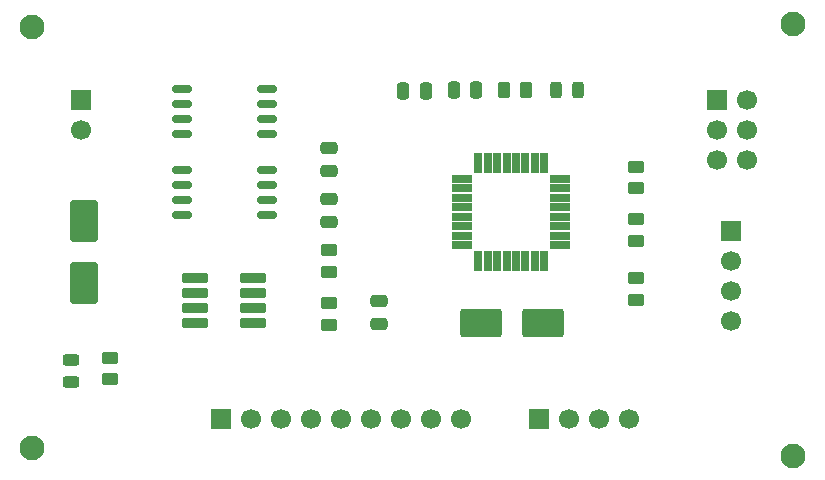
<source format=gbr>
%TF.GenerationSoftware,KiCad,Pcbnew,9.0.2*%
%TF.CreationDate,2025-06-26T23:30:40+05:30*%
%TF.ProjectId,MCU data logger,4d435520-6461-4746-9120-6c6f67676572,VERSION 1*%
%TF.SameCoordinates,Original*%
%TF.FileFunction,Soldermask,Top*%
%TF.FilePolarity,Negative*%
%FSLAX46Y46*%
G04 Gerber Fmt 4.6, Leading zero omitted, Abs format (unit mm)*
G04 Created by KiCad (PCBNEW 9.0.2) date 2025-06-26 23:30:40*
%MOMM*%
%LPD*%
G01*
G04 APERTURE LIST*
G04 Aperture macros list*
%AMRoundRect*
0 Rectangle with rounded corners*
0 $1 Rounding radius*
0 $2 $3 $4 $5 $6 $7 $8 $9 X,Y pos of 4 corners*
0 Add a 4 corners polygon primitive as box body*
4,1,4,$2,$3,$4,$5,$6,$7,$8,$9,$2,$3,0*
0 Add four circle primitives for the rounded corners*
1,1,$1+$1,$2,$3*
1,1,$1+$1,$4,$5*
1,1,$1+$1,$6,$7*
1,1,$1+$1,$8,$9*
0 Add four rect primitives between the rounded corners*
20,1,$1+$1,$2,$3,$4,$5,0*
20,1,$1+$1,$4,$5,$6,$7,0*
20,1,$1+$1,$6,$7,$8,$9,0*
20,1,$1+$1,$8,$9,$2,$3,0*%
G04 Aperture macros list end*
%ADD10RoundRect,0.243750X0.456250X-0.243750X0.456250X0.243750X-0.456250X0.243750X-0.456250X-0.243750X0*%
%ADD11RoundRect,0.162500X-0.650000X-0.162500X0.650000X-0.162500X0.650000X0.162500X-0.650000X0.162500X0*%
%ADD12RoundRect,0.099250X-0.987750X-0.297750X0.987750X-0.297750X0.987750X0.297750X-0.987750X0.297750X0*%
%ADD13R,1.700000X1.700000*%
%ADD14C,1.700000*%
%ADD15RoundRect,0.250000X0.475000X-0.250000X0.475000X0.250000X-0.475000X0.250000X-0.475000X-0.250000X0*%
%ADD16C,2.100000*%
%ADD17RoundRect,0.250000X0.450000X-0.262500X0.450000X0.262500X-0.450000X0.262500X-0.450000X-0.262500X0*%
%ADD18RoundRect,0.250000X-0.262500X-0.450000X0.262500X-0.450000X0.262500X0.450000X-0.262500X0.450000X0*%
%ADD19RoundRect,0.250000X-0.250000X-0.475000X0.250000X-0.475000X0.250000X0.475000X-0.250000X0.475000X0*%
%ADD20RoundRect,0.094250X-0.742750X-0.282750X0.742750X-0.282750X0.742750X0.282750X-0.742750X0.282750X0*%
%ADD21RoundRect,0.094250X-0.282750X-0.742750X0.282750X-0.742750X0.282750X0.742750X-0.282750X0.742750X0*%
%ADD22RoundRect,0.243750X-0.243750X-0.456250X0.243750X-0.456250X0.243750X0.456250X-0.243750X0.456250X0*%
%ADD23RoundRect,0.250001X0.949999X-1.499999X0.949999X1.499999X-0.949999X1.499999X-0.949999X-1.499999X0*%
%ADD24RoundRect,0.250001X-1.499999X-0.949999X1.499999X-0.949999X1.499999X0.949999X-1.499999X0.949999X0*%
G04 APERTURE END LIST*
D10*
%TO.C,D2*%
X110960000Y-75625000D03*
X110960000Y-73750000D03*
%TD*%
D11*
%TO.C,U1*%
X120352500Y-50835000D03*
X120352500Y-52105000D03*
X120352500Y-53375000D03*
X120352500Y-54645000D03*
X127527500Y-54645000D03*
X127527500Y-53375000D03*
X127527500Y-52105000D03*
X127527500Y-50835000D03*
%TD*%
D12*
%TO.C,U3*%
X121408100Y-66837000D03*
X121408100Y-68107000D03*
X121408100Y-69377000D03*
X121408100Y-70647000D03*
X126358100Y-70647000D03*
X126358100Y-69377000D03*
X126358100Y-68107000D03*
X126358100Y-66837000D03*
%TD*%
D11*
%TO.C,U2*%
X120352500Y-57685000D03*
X120352500Y-58955000D03*
X120352500Y-60225000D03*
X120352500Y-61495000D03*
X127527500Y-61495000D03*
X127527500Y-60225000D03*
X127527500Y-58955000D03*
X127527500Y-57685000D03*
%TD*%
D13*
%TO.C,J3*%
X150600000Y-78770000D03*
D14*
X153140000Y-78770000D03*
X155680000Y-78770000D03*
X158220000Y-78770000D03*
%TD*%
D15*
%TO.C,C1*%
X137060000Y-70680000D03*
X137060000Y-68780000D03*
%TD*%
D16*
%TO.C,H4*%
X172110000Y-81910000D03*
%TD*%
D17*
%TO.C,R3*%
X158750000Y-59222500D03*
X158750000Y-57397500D03*
%TD*%
%TO.C,R1*%
X114262000Y-75399100D03*
X114262000Y-73574100D03*
%TD*%
D16*
%TO.C,H3*%
X172090000Y-45320000D03*
%TD*%
%TO.C,H1*%
X107650000Y-45550000D03*
%TD*%
D17*
%TO.C,R2*%
X158770000Y-63652500D03*
X158770000Y-61827500D03*
%TD*%
D13*
%TO.C,J4*%
X165630000Y-51790000D03*
D14*
X168170000Y-51790000D03*
X165630000Y-54330000D03*
X168170000Y-54330000D03*
X165630000Y-56870000D03*
X168170000Y-56870000D03*
%TD*%
D18*
%TO.C,R4*%
X147640000Y-50880000D03*
X149465000Y-50880000D03*
%TD*%
D19*
%TO.C,C2*%
X139092500Y-51000000D03*
X140992500Y-51000000D03*
%TD*%
D15*
%TO.C,C5*%
X132830000Y-57760000D03*
X132830000Y-55860000D03*
%TD*%
%TO.C,C3*%
X132750000Y-62050000D03*
X132750000Y-60150000D03*
%TD*%
D17*
%TO.C,R7*%
X158820000Y-68692500D03*
X158820000Y-66867500D03*
%TD*%
D20*
%TO.C,U4*%
X144050000Y-58430000D03*
X144050000Y-59230000D03*
X144050000Y-60030000D03*
X144050000Y-60830000D03*
X144050000Y-61630000D03*
X144050000Y-62430000D03*
X144050000Y-63230000D03*
X144050000Y-64030000D03*
D21*
X145420000Y-65400000D03*
X146220000Y-65400000D03*
X147020000Y-65400000D03*
X147820000Y-65400000D03*
X148620000Y-65400000D03*
X149420000Y-65400000D03*
X150220000Y-65400000D03*
X151020000Y-65400000D03*
D20*
X152390000Y-64030000D03*
X152390000Y-63230000D03*
X152390000Y-62430000D03*
X152390000Y-61630000D03*
X152390000Y-60830000D03*
X152390000Y-60030000D03*
X152390000Y-59230000D03*
X152390000Y-58430000D03*
D21*
X151020000Y-57060000D03*
X150220000Y-57060000D03*
X149420000Y-57060000D03*
X148620000Y-57060000D03*
X147820000Y-57060000D03*
X147020000Y-57060000D03*
X146220000Y-57060000D03*
X145420000Y-57060000D03*
%TD*%
D22*
%TO.C,D1*%
X152032500Y-50900000D03*
X153907500Y-50900000D03*
%TD*%
D13*
%TO.C,BT1*%
X111770000Y-51785000D03*
D14*
X111770000Y-54325000D03*
%TD*%
D17*
%TO.C,R5*%
X132750000Y-66282500D03*
X132750000Y-64457500D03*
%TD*%
D13*
%TO.C,J1*%
X166850000Y-62830000D03*
D14*
X166850000Y-65370000D03*
X166850000Y-67910000D03*
X166850000Y-70450000D03*
%TD*%
D19*
%TO.C,C4*%
X143362500Y-50940000D03*
X145262500Y-50940000D03*
%TD*%
D17*
%TO.C,R6*%
X132830000Y-70805000D03*
X132830000Y-68980000D03*
%TD*%
D23*
%TO.C,Y1*%
X112060000Y-67240000D03*
X112060000Y-62040000D03*
%TD*%
D13*
%TO.C,J2*%
X123640000Y-78800000D03*
D14*
X126180000Y-78800000D03*
X128720000Y-78800000D03*
X131260000Y-78800000D03*
X133800000Y-78800000D03*
X136340000Y-78800000D03*
X138880000Y-78800000D03*
X141420000Y-78800000D03*
X143960000Y-78800000D03*
%TD*%
D16*
%TO.C,H2*%
X107670000Y-81260000D03*
%TD*%
D24*
%TO.C,Y2*%
X145690000Y-70600000D03*
X150890000Y-70600000D03*
%TD*%
M02*

</source>
